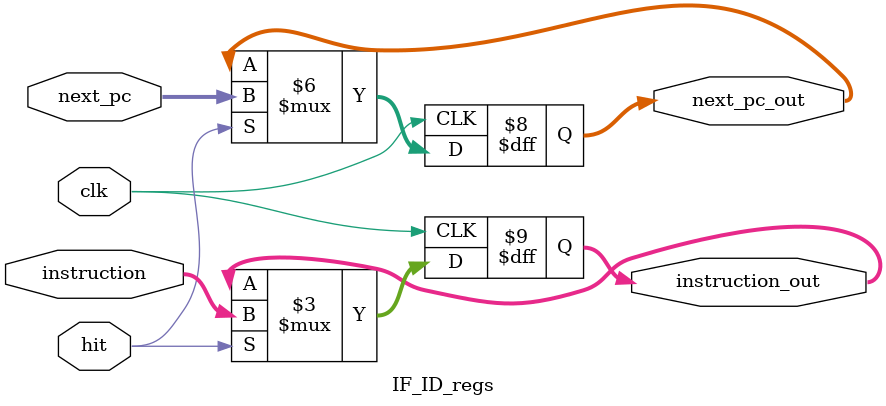
<source format=v>
`timescale 1ns / 1ps

module IF_ID_regs (
	input clk,
	input [31:0] next_pc,
	input [31:0] instruction,
	input hit,
	output reg [31:0] next_pc_out,
	output reg [31:0] instruction_out
	);
	
	always @(negedge clk) begin
		if (hit) begin
			next_pc_out = next_pc;
			instruction_out = instruction;
		end
	end
	
endmodule

</source>
